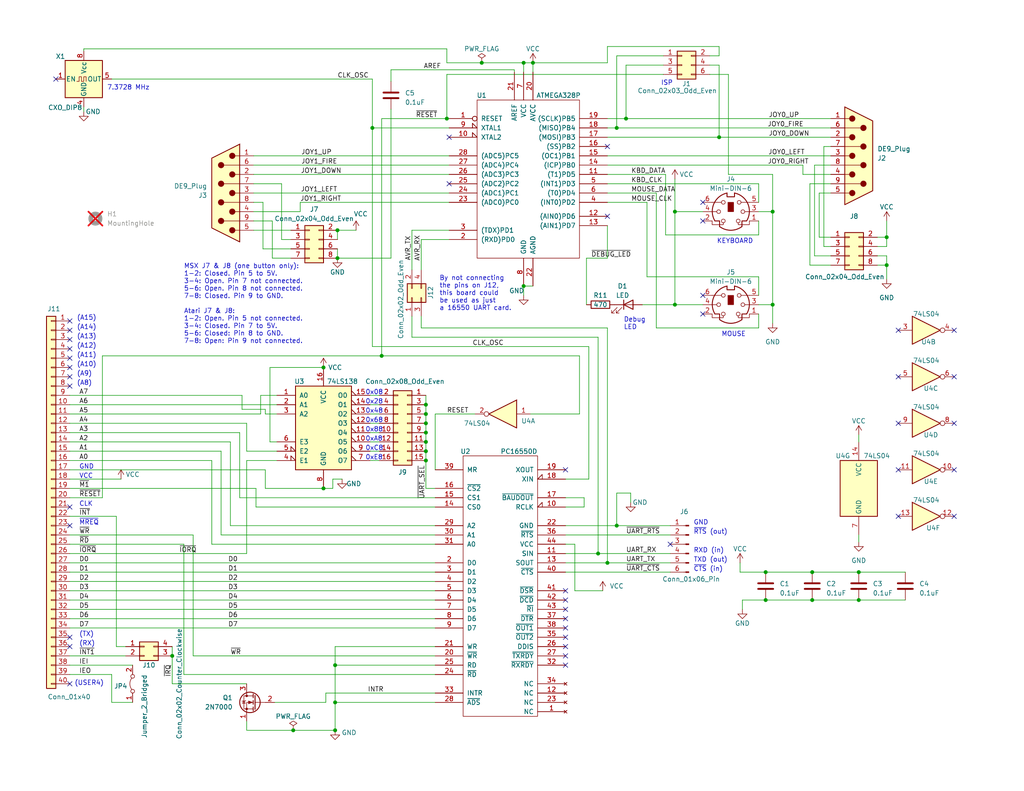
<source format=kicad_sch>
(kicad_sch (version 20231120) (generator "eeschema") (generator_version "8.0")
  (paper "A")
  (title_block (title "KEMOJO: keyboard/mouse/joystick for RCBus") (date "2025-06-12") (rev "V1B") (company "Licensed under CC-BY-NC-SA 4.0") (comment 2 "This PCB design © 2024 Rob Gowin.") (comment 3 "instead of a PIC. Eiffel page at http://didier.mequignon.free.fr/eiffel-e.htm") (comment 4 "Keyboard/mouse/joystick design inspired by Atari ST Eiffel, but using ATmega328P"))
  (junction (at 116.205 118.11))
  (junction (at 241.935 64.77))
  (junction (at 116.205 120.65))
  (junction (at 234.315 163.83))
  (junction (at 131.445 17.145))
  (junction (at 142.875 78.105))
  (junction (at 210.82 83.185))
  (junction (at 101.6 34.925))
  (junction (at 91.44 199.39))
  (junction (at 163.195 151.13))
  (junction (at 142.875 17.145))
  (junction (at 208.915 156.21))
  (junction (at 165.735 153.67))
  (junction (at 234.315 156.21))
  (junction (at 221.615 163.83))
  (junction (at 80.01 199.39))
  (junction (at 241.935 72.39))
  (junction (at 184.15 83.185))
  (junction (at 170.815 32.385))
  (junction (at 91.44 191.77))
  (junction (at 184.15 57.785))
  (junction (at 88.265 100.33))
  (junction (at 91.44 181.61))
  (junction (at 46.99 179.07))
  (junction (at 92.075 62.865))
  (junction (at 221.615 156.21))
  (junction (at 116.205 123.19))
  (junction (at 168.275 34.925))
  (junction (at 116.205 110.49))
  (junction (at 116.205 125.73))
  (junction (at 210.82 57.785))
  (junction (at 116.205 115.57))
  (junction (at 208.915 163.83))
  (junction (at 92.075 70.485))
  (junction (at 145.415 17.145))
  (junction (at 121.92 32.385))
  (junction (at 196.215 37.465))
  (junction (at 116.205 113.03))
  (junction (at 168.275 143.51))
  (junction (at 104.14 97.155))
  (junction (at 88.265 133.35))
  (no_connect (at 19.05 102.87))
  (no_connect (at 19.05 100.33))
  (no_connect (at 154.305 173.99))
  (no_connect (at 19.05 87.63))
  (no_connect (at 165.735 59.055))
  (no_connect (at 245.11 115.57))
  (no_connect (at 165.735 40.005))
  (no_connect (at 154.305 161.29))
  (no_connect (at 245.11 102.87))
  (no_connect (at 19.05 186.69))
  (no_connect (at 245.11 90.17))
  (no_connect (at 191.77 80.645))
  (no_connect (at 19.05 138.43))
  (no_connect (at 19.05 105.41))
  (no_connect (at 15.24 21.59))
  (no_connect (at 154.305 179.07))
  (no_connect (at 191.77 85.725))
  (no_connect (at 260.35 90.17))
  (no_connect (at 19.05 143.51))
  (no_connect (at 154.305 171.45))
  (no_connect (at 154.305 181.61))
  (no_connect (at 19.05 173.99))
  (no_connect (at 19.05 92.71))
  (no_connect (at 19.05 95.25))
  (no_connect (at 154.305 168.91))
  (no_connect (at 260.35 128.27))
  (no_connect (at 260.35 102.87))
  (no_connect (at 154.305 128.27))
  (no_connect (at 154.305 163.83))
  (no_connect (at 122.555 50.165))
  (no_connect (at 260.35 115.57))
  (no_connect (at 122.555 37.465))
  (no_connect (at 260.35 140.97))
  (no_connect (at 154.305 166.37))
  (no_connect (at 191.77 55.245))
  (no_connect (at 19.05 97.79))
  (no_connect (at 245.11 128.27))
  (no_connect (at 182.88 148.59))
  (no_connect (at 191.77 60.325))
  (no_connect (at 245.11 140.97))
  (no_connect (at 19.05 90.17))
  (no_connect (at 154.305 176.53))
  (no_connect (at 19.05 176.53))
  (wire (pts (xy 91.44 191.77) (xy 91.44 199.39)))
  (wire (pts (xy 101.6 34.925) (xy 122.555 34.925)))
  (wire (pts (xy 73.66 120.65) (xy 73.66 100.33)))
  (wire (pts (xy 207.01 75.565) (xy 207.01 80.645)))
  (wire (pts (xy 170.815 17.78) (xy 180.975 17.78)))
  (wire (pts (xy 165.735 17.145) (xy 165.735 12.7)))
  (wire (pts (xy 104.14 32.385) (xy 104.14 97.155)))
  (wire (pts (xy 165.735 55.245) (xy 176.53 55.245)))
  (wire (pts (xy 100.965 123.19) (xy 103.505 123.19)))
  (wire (pts (xy 106.68 19.05) (xy 106.68 22.225)))
  (wire (pts (xy 165.735 12.7) (xy 196.215 12.7)))
  (wire (pts (xy 74.295 70.485) (xy 79.375 70.485)))
  (wire (pts (xy 154.305 146.05) (xy 182.88 146.05)))
  (wire (pts (xy 219.075 47.625) (xy 226.695 47.625)))
  (wire (pts (xy 116.205 113.03) (xy 116.205 115.57)))
  (wire (pts (xy 67.31 196.85) (xy 67.31 199.39)))
  (wire (pts (xy 241.935 69.85) (xy 241.935 72.39)))
  (wire (pts (xy 224.79 40.005) (xy 226.695 40.005)))
  (wire (pts (xy 207.01 50.165) (xy 207.01 55.245)))
  (wire (pts (xy 223.52 64.77) (xy 226.695 64.77)))
  (wire (pts (xy 181.61 64.135) (xy 207.01 64.135)))
  (wire (pts (xy 112.395 86.36) (xy 112.395 92.075)))
  (wire (pts (xy 91.44 181.61) (xy 118.745 181.61)))
  (wire (pts (xy 154.305 151.13) (xy 163.195 151.13)))
  (wire (pts (xy 19.05 153.67) (xy 118.745 153.67)))
  (wire (pts (xy 19.05 168.91) (xy 118.745 168.91)))
  (wire (pts (xy 19.05 113.03) (xy 71.12 113.03)))
  (wire (pts (xy 140.335 19.685) (xy 140.335 19.05)))
  (wire (pts (xy 19.05 140.97) (xy 31.75 140.97)))
  (wire (pts (xy 154.305 138.43) (xy 159.385 138.43)))
  (wire (pts (xy 57.785 125.73) (xy 57.785 148.59)))
  (wire (pts (xy 220.98 50.165) (xy 226.695 50.165)))
  (wire (pts (xy 207.01 89.535) (xy 207.01 85.725)))
  (wire (pts (xy 31.75 176.53) (xy 31.75 140.97)))
  (wire (pts (xy 19.05 120.65) (xy 62.865 120.65)))
  (wire (pts (xy 210.82 47.625) (xy 210.82 57.785)))
  (wire (pts (xy 76.835 65.405) (xy 79.375 65.405)))
  (wire (pts (xy 154.305 148.59) (xy 156.845 148.59)))
  (wire (pts (xy 46.99 179.07) (xy 46.99 186.69)))
  (wire (pts (xy 239.395 69.85) (xy 241.935 69.85)))
  (wire (pts (xy 116.205 120.65) (xy 116.205 123.19)))
  (wire (pts (xy 71.12 107.95) (xy 75.565 107.95)))
  (wire (pts (xy 19.05 125.73) (xy 57.785 125.73)))
  (wire (pts (xy 104.14 97.155) (xy 158.115 97.155)))
  (wire (pts (xy 88.265 133.35) (xy 90.805 133.35)))
  (wire (pts (xy 19.05 156.21) (xy 118.745 156.21)))
  (wire (pts (xy 112.395 92.075) (xy 163.195 92.075)))
  (wire (pts (xy 112.395 62.865) (xy 112.395 73.66)))
  (wire (pts (xy 160.02 83.185) (xy 160.02 70.485)))
  (wire (pts (xy 57.785 148.59) (xy 118.745 148.59)))
  (wire (pts (xy 19.05 107.95) (xy 66.04 107.95)))
  (wire (pts (xy 193.675 20.32) (xy 198.755 20.32)))
  (wire (pts (xy 19.05 123.19) (xy 60.325 123.19)))
  (wire (pts (xy 142.875 17.145) (xy 142.875 19.685)))
  (wire (pts (xy 27.94 97.155) (xy 104.14 97.155)))
  (wire (pts (xy 220.98 72.39) (xy 226.695 72.39)))
  (wire (pts (xy 179.07 52.705) (xy 179.07 89.535)))
  (wire (pts (xy 160.655 94.615) (xy 160.655 130.81)))
  (wire (pts (xy 19.05 130.81) (xy 33.02 130.81)))
  (wire (pts (xy 104.14 32.385) (xy 121.92 32.385)))
  (wire (pts (xy 234.315 163.83) (xy 247.015 163.83)))
  (wire (pts (xy 19.05 179.07) (xy 34.29 179.07)))
  (wire (pts (xy 165.735 153.67) (xy 182.88 153.67)))
  (wire (pts (xy 100.965 118.11) (xy 103.505 118.11)))
  (wire (pts (xy 60.325 123.19) (xy 60.325 146.05)))
  (wire (pts (xy 91.44 181.61) (xy 91.44 191.77)))
  (wire (pts (xy 100.965 110.49) (xy 103.505 110.49)))
  (wire (pts (xy 69.215 55.245) (xy 71.755 55.245)))
  (wire (pts (xy 19.05 128.27) (xy 72.39 128.27)))
  (wire (pts (xy 69.215 52.705) (xy 122.555 52.705)))
  (wire (pts (xy 118.745 128.27) (xy 118.745 113.03)))
  (wire (pts (xy 221.615 156.21) (xy 234.315 156.21)))
  (wire (pts (xy 239.395 64.77) (xy 241.935 64.77)))
  (wire (pts (xy 50.165 148.59) (xy 50.165 184.15)))
  (wire (pts (xy 241.935 64.77) (xy 241.935 67.31)))
  (wire (pts (xy 90.805 133.35) (xy 90.805 130.81)))
  (wire (pts (xy 19.05 133.35) (xy 69.85 133.35)))
  (wire (pts (xy 165.735 42.545) (xy 226.695 42.545)))
  (wire (pts (xy 223.52 52.705) (xy 226.695 52.705)))
  (wire (pts (xy 160.02 70.485) (xy 165.735 70.485)))
  (wire (pts (xy 184.15 48.895) (xy 184.15 57.785)))
  (wire (pts (xy 73.66 100.33) (xy 88.265 100.33)))
  (wire (pts (xy 207.01 83.185) (xy 210.82 83.185)))
  (wire (pts (xy 65.405 135.89) (xy 118.745 135.89)))
  (wire (pts (xy 165.735 45.085) (xy 219.075 45.085)))
  (wire (pts (xy 19.05 148.59) (xy 50.165 148.59)))
  (wire (pts (xy 62.865 120.65) (xy 62.865 143.51)))
  (wire (pts (xy 168.275 34.925) (xy 226.695 34.925)))
  (wire (pts (xy 19.05 118.11) (xy 65.405 118.11)))
  (wire (pts (xy 172.085 137.16) (xy 172.085 134.62)))
  (wire (pts (xy 168.275 134.62) (xy 172.085 134.62)))
  (wire (pts (xy 159.385 138.43) (xy 159.385 135.89)))
  (wire (pts (xy 91.44 176.53) (xy 118.745 176.53)))
  (wire (pts (xy 165.735 32.385) (xy 170.815 32.385)))
  (wire (pts (xy 165.735 47.625) (xy 181.61 47.625)))
  (wire (pts (xy 234.315 118.745) (xy 234.315 120.65)))
  (wire (pts (xy 116.205 133.35) (xy 118.745 133.35)))
  (wire (pts (xy 19.05 184.15) (xy 30.48 184.15)))
  (wire (pts (xy 116.205 115.57) (xy 116.205 118.11)))
  (wire (pts (xy 121.92 32.385) (xy 121.92 20.32)))
  (wire (pts (xy 168.275 34.925) (xy 168.275 15.24)))
  (wire (pts (xy 67.31 115.57) (xy 67.31 123.19)))
  (wire (pts (xy 196.215 17.78) (xy 196.215 37.465)))
  (wire (pts (xy 88.9 191.77) (xy 88.9 189.23)))
  (wire (pts (xy 71.755 67.945) (xy 79.375 67.945)))
  (wire (pts (xy 101.6 34.925) (xy 101.6 21.59)))
  (wire (pts (xy 52.705 179.07) (xy 118.745 179.07)))
  (wire (pts (xy 67.31 199.39) (xy 80.01 199.39)))
  (wire (pts (xy 91.44 176.53) (xy 91.44 181.61)))
  (wire (pts (xy 202.565 166.37) (xy 202.565 163.83)))
  (wire (pts (xy 196.215 37.465) (xy 226.695 37.465)))
  (wire (pts (xy 179.07 89.535) (xy 207.01 89.535)))
  (wire (pts (xy 22.86 13.335) (xy 121.92 13.335)))
  (wire (pts (xy 165.735 52.705) (xy 179.07 52.705)))
  (wire (pts (xy 72.39 133.35) (xy 88.265 133.35)))
  (wire (pts (xy 156.845 148.59) (xy 156.845 161.29)))
  (wire (pts (xy 176.53 75.565) (xy 207.01 75.565)))
  (wire (pts (xy 67.31 125.73) (xy 67.31 151.13)))
  (wire (pts (xy 114.935 86.36) (xy 114.935 89.535)))
  (wire (pts (xy 88.9 189.23) (xy 118.745 189.23)))
  (wire (pts (xy 165.735 34.925) (xy 168.275 34.925)))
  (wire (pts (xy 60.325 146.05) (xy 118.745 146.05)))
  (wire (pts (xy 65.405 118.11) (xy 65.405 135.89)))
  (wire (pts (xy 106.68 70.485) (xy 106.68 29.845)))
  (wire (pts (xy 145.415 17.145) (xy 165.735 17.145)))
  (wire (pts (xy 46.99 176.53) (xy 46.99 179.07)))
  (wire (pts (xy 46.99 186.69) (xy 67.31 186.69)))
  (wire (pts (xy 19.05 181.61) (xy 36.195 181.61)))
  (wire (pts (xy 184.15 57.785) (xy 184.15 83.185)))
  (wire (pts (xy 92.075 62.865) (xy 92.075 65.405)))
  (wire (pts (xy 121.92 17.145) (xy 131.445 17.145)))
  (wire (pts (xy 50.165 184.15) (xy 118.745 184.15)))
  (wire (pts (xy 114.935 65.405) (xy 114.935 73.66)))
  (wire (pts (xy 22.86 29.21) (xy 22.86 30.48)))
  (wire (pts (xy 19.05 135.89) (xy 27.94 135.89)))
  (wire (pts (xy 176.53 55.245) (xy 176.53 75.565)))
  (wire (pts (xy 224.79 40.005) (xy 224.79 67.31)))
  (wire (pts (xy 170.815 32.385) (xy 226.695 32.385)))
  (wire (pts (xy 165.735 70.485) (xy 165.735 61.595)))
  (wire (pts (xy 81.915 55.245) (xy 122.555 55.245)))
  (wire (pts (xy 220.98 50.165) (xy 220.98 72.39)))
  (wire (pts (xy 19.05 146.05) (xy 52.705 146.05)))
  (wire (pts (xy 198.755 47.625) (xy 210.82 47.625)))
  (wire (pts (xy 69.215 45.085) (xy 122.555 45.085)))
  (wire (pts (xy 224.79 67.31) (xy 226.695 67.31)))
  (wire (pts (xy 71.755 55.245) (xy 71.755 67.945)))
  (wire (pts (xy 154.305 153.67) (xy 165.735 153.67)))
  (wire (pts (xy 118.745 113.03) (xy 129.54 113.03)))
  (wire (pts (xy 196.215 12.7) (xy 196.215 15.24)))
  (wire (pts (xy 239.395 72.39) (xy 241.935 72.39)))
  (wire (pts (xy 30.48 21.59) (xy 101.6 21.59)))
  (wire (pts (xy 208.915 163.83) (xy 221.615 163.83)))
  (wire (pts (xy 122.555 65.405) (xy 114.935 65.405)))
  (wire (pts (xy 106.68 19.05) (xy 140.335 19.05)))
  (wire (pts (xy 91.44 191.77) (xy 118.745 191.77)))
  (wire (pts (xy 101.6 34.925) (xy 101.6 94.615)))
  (wire (pts (xy 30.48 191.77) (xy 36.195 191.77)))
  (wire (pts (xy 158.115 113.03) (xy 144.78 113.03)))
  (wire (pts (xy 100.965 107.95) (xy 103.505 107.95)))
  (wire (pts (xy 201.93 153.67) (xy 201.93 156.21)))
  (wire (pts (xy 92.075 62.865) (xy 97.155 62.865)))
  (wire (pts (xy 154.305 130.81) (xy 160.655 130.81)))
  (wire (pts (xy 19.05 166.37) (xy 118.745 166.37)))
  (wire (pts (xy 208.915 156.21) (xy 221.615 156.21)))
  (wire (pts (xy 100.965 125.73) (xy 103.505 125.73)))
  (wire (pts (xy 207.01 64.135) (xy 207.01 60.325)))
  (wire (pts (xy 69.215 47.625) (xy 122.555 47.625)))
  (wire (pts (xy 184.15 57.785) (xy 191.77 57.785)))
  (wire (pts (xy 165.735 89.535) (xy 165.735 153.67)))
  (wire (pts (xy 163.195 92.075) (xy 163.195 151.13)))
  (wire (pts (xy 222.25 69.85) (xy 226.695 69.85)))
  (wire (pts (xy 19.05 161.29) (xy 118.745 161.29)))
  (wire (pts (xy 221.615 163.83) (xy 234.315 163.83)))
  (wire (pts (xy 170.815 32.385) (xy 170.815 17.78)))
  (wire (pts (xy 239.395 67.31) (xy 241.935 67.31)))
  (wire (pts (xy 198.755 20.32) (xy 198.755 47.625)))
  (wire (pts (xy 19.05 163.83) (xy 118.745 163.83)))
  (wire (pts (xy 92.075 67.945) (xy 92.075 70.485)))
  (wire (pts (xy 163.195 151.13) (xy 182.88 151.13)))
  (wire (pts (xy 142.875 80.645) (xy 142.875 78.105)))
  (wire (pts (xy 116.205 125.73) (xy 116.205 133.35)))
  (wire (pts (xy 168.275 143.51) (xy 182.88 143.51)))
  (wire (pts (xy 19.05 115.57) (xy 67.31 115.57)))
  (wire (pts (xy 219.075 45.085) (xy 219.075 47.625)))
  (wire (pts (xy 116.205 118.11) (xy 116.205 120.65)))
  (wire (pts (xy 27.94 97.155) (xy 27.94 135.89)))
  (wire (pts (xy 241.935 72.39) (xy 241.935 76.2)))
  (wire (pts (xy 100.965 120.65) (xy 103.505 120.65)))
  (wire (pts (xy 154.305 143.51) (xy 168.275 143.51)))
  (wire (pts (xy 69.215 42.545) (xy 122.555 42.545)))
  (wire (pts (xy 223.52 52.705) (xy 223.52 64.77)))
  (wire (pts (xy 154.305 156.21) (xy 182.88 156.21)))
  (wire (pts (xy 112.395 62.865) (xy 122.555 62.865)))
  (wire (pts (xy 241.935 60.325) (xy 241.935 64.77)))
  (wire (pts (xy 69.215 60.325) (xy 74.295 60.325)))
  (wire (pts (xy 72.39 111.76) (xy 66.04 111.76)))
  (wire (pts (xy 74.295 60.325) (xy 74.295 70.485)))
  (wire (pts (xy 30.48 184.15) (xy 30.48 191.77)))
  (wire (pts (xy 196.215 15.24) (xy 193.675 15.24)))
  (wire (pts (xy 114.935 89.535) (xy 165.735 89.535)))
  (wire (pts (xy 121.92 13.335) (xy 121.92 17.145)))
  (wire (pts (xy 121.92 20.32) (xy 180.975 20.32)))
  (wire (pts (xy 193.675 17.78) (xy 196.215 17.78)))
  (wire (pts (xy 222.25 45.085) (xy 226.695 45.085)))
  (wire (pts (xy 67.31 125.73) (xy 75.565 125.73)))
  (wire (pts (xy 69.215 57.785) (xy 81.915 57.785)))
  (wire (pts (xy 19.05 110.49) (xy 75.565 110.49)))
  (wire (pts (xy 101.6 94.615) (xy 160.655 94.615)))
  (wire (pts (xy 131.445 17.145) (xy 142.875 17.145)))
  (wire (pts (xy 34.29 176.53) (xy 31.75 176.53)))
  (wire (pts (xy 80.01 199.39) (xy 91.44 199.39)))
  (wire (pts (xy 52.705 146.05) (xy 52.705 179.07)))
  (wire (pts (xy 201.93 156.21) (xy 208.915 156.21)))
  (wire (pts (xy 116.205 110.49) (xy 116.205 113.03)))
  (wire (pts (xy 145.415 17.145) (xy 145.415 19.685)))
  (wire (pts (xy 72.39 128.27) (xy 72.39 133.35)))
  (wire (pts (xy 19.05 151.13) (xy 67.31 151.13)))
  (wire (pts (xy 168.275 15.24) (xy 180.975 15.24)))
  (wire (pts (xy 22.86 13.335) (xy 22.86 13.97)))
  (wire (pts (xy 100.965 115.57) (xy 103.505 115.57)))
  (wire (pts (xy 142.875 78.105) (xy 145.415 78.105)))
  (wire (pts (xy 19.05 158.75) (xy 118.745 158.75)))
  (wire (pts (xy 116.205 123.19) (xy 116.205 125.73)))
  (wire (pts (xy 71.12 107.95) (xy 71.12 113.03)))
  (wire (pts (xy 90.805 130.81) (xy 93.345 130.81)))
  (wire (pts (xy 121.92 32.385) (xy 122.555 32.385)))
  (wire (pts (xy 202.565 163.83) (xy 208.915 163.83)))
  (wire (pts (xy 19.05 171.45) (xy 118.745 171.45)))
  (wire (pts (xy 159.385 135.89) (xy 154.305 135.89)))
  (wire (pts (xy 158.115 97.155) (xy 158.115 113.03)))
  (wire (pts (xy 181.61 47.625) (xy 181.61 64.135)))
  (wire (pts (xy 76.835 50.165) (xy 76.835 65.405)))
  (wire (pts (xy 210.82 83.185) (xy 210.82 88.265)))
  (wire (pts (xy 92.075 70.485) (xy 106.68 70.485)))
  (wire (pts (xy 210.82 57.785) (xy 210.82 83.185)))
  (wire (pts (xy 222.25 45.085) (xy 222.25 69.85)))
  (wire (pts (xy 73.66 120.65) (xy 75.565 120.65)))
  (wire (pts (xy 69.215 62.865) (xy 79.375 62.865)))
  (wire (pts (xy 69.215 50.165) (xy 76.835 50.165)))
  (wire (pts (xy 142.875 17.145) (xy 145.415 17.145)))
  (wire (pts (xy 168.275 134.62) (xy 168.275 143.51)))
  (wire (pts (xy 81.915 55.245) (xy 81.915 57.785)))
  (wire (pts (xy 234.315 146.05) (xy 234.315 147.955)))
  (wire (pts (xy 165.735 50.165) (xy 207.01 50.165)))
  (wire (pts (xy 116.205 107.95) (xy 116.205 110.49)))
  (wire (pts (xy 66.04 111.76) (xy 66.04 107.95)))
  (wire (pts (xy 62.865 143.51) (xy 118.745 143.51)))
  (wire (pts (xy 234.315 156.21) (xy 247.015 156.21)))
  (wire (pts (xy 69.85 133.35) (xy 69.85 138.43)))
  (wire (pts (xy 184.15 83.185) (xy 191.77 83.185)))
  (wire (pts (xy 67.31 123.19) (xy 75.565 123.19)))
  (wire (pts (xy 100.965 113.03) (xy 103.505 113.03)))
  (wire (pts (xy 72.39 113.03) (xy 72.39 111.76)))
  (wire (pts (xy 69.85 138.43) (xy 118.745 138.43)))
  (wire (pts (xy 175.26 83.185) (xy 184.15 83.185)))
  (wire (pts (xy 165.735 37.465) (xy 196.215 37.465)))
  (wire (pts (xy 74.93 191.77) (xy 88.9 191.77)))
  (wire (pts (xy 75.565 113.03) (xy 72.39 113.03)))
  (wire (pts (xy 156.845 161.29) (xy 164.465 161.29)))
  (wire (pts (xy 207.01 57.785) (xy 210.82 57.785)))
  (text "0x48" (at 99.695 113.03 0) (effects (font (size 1.27 1.27)) (justify left bottom)))
  (text "ISP" (at 180.34 23.495 0) (effects (font (size 1.27 1.27)) (justify left bottom)))
  (text "RXD (in)" (at 189.23 151.13 0) (effects (font (size 1.27 1.27)) (justify left bottom)))
  (text "(RX)" (at 21.59 176.53 0) (effects (font (size 1.27 1.27)) (justify left bottom)))
  (text "By not connecting\nthe pins on J12,\nthis board could\nbe used as just\na 16550 UART card." (at 119.888 84.963 0) (effects (font (size 1.27 1.27)) (justify left bottom)))
  (text "(A11)" (at 20.955 97.79 0) (effects (font (size 1.27 1.27)) (justify left bottom)))
  (text "0x68" (at 99.695 115.57 0) (effects (font (size 1.27 1.27)) (justify left bottom)))
  (text "GND" (at 189.23 143.51 0) (effects (font (size 1.27 1.27)) (justify left bottom)))
  (text "KEYBOARD" (at 195.58 66.675 0) (effects (font (size 1.27 1.27)) (justify left bottom)))
  (text "0x28" (at 99.695 110.49 0) (effects (font (size 1.27 1.27)) (justify left bottom)))
  (text "(A8)" (at 20.955 105.41 0) (effects (font (size 1.27 1.27)) (justify left bottom)))
  (text "MSX J7 & J8 (one button only):\n1-2: Closed. Pin 5 to 5V.\n3-4: Open. Pin 7 not connected.\n5-6: Open. Pin 8 not connected.\n7-8: Closed. Pin 9 to GND.\n\nAtari J7 & J8:\n1-2: Open. Pin 5 not connected.\n3-4: Closed. Pin 7 to 5V.\n5-6: Closed: Pin 8 to GND.\n7-8: Open: Pin 9 not connected." (at 50.165 93.98 0) (effects (font (size 1.27 1.27)) (justify left bottom)))
  (text "~{CTS} (in)" (at 189.23 156.21 0) (effects (font (size 1.27 1.27)) (justify left bottom)))
  (text "(TX)" (at 21.59 173.99 0) (effects (font (size 1.27 1.27)) (justify left bottom)))
  (text "0x08" (at 99.695 107.95 0) (effects (font (size 1.27 1.27)) (justify left bottom)))
  (text "GND" (at 21.59 128.27 0) (effects (font (size 1.27 1.27)) (justify left bottom)))
  (text "(USER4)" (at 20.32 187.325 0) (effects (font (size 1.27 1.27)) (justify left bottom)))
  (text "(A15)" (at 20.955 87.63 0) (effects (font (size 1.27 1.27)) (justify left bottom)))
  (text "~{MREQ}" (at 21.59 143.51 0) (effects (font (size 1.27 1.27)) (justify left bottom)))
  (text "~{RTS} (out)" (at 189.23 146.05 0) (effects (font (size 1.27 1.27)) (justify left bottom)))
  (text "0xC8" (at 99.695 123.19 0) (effects (font (size 1.27 1.27)) (justify left bottom)))
  (text "7.3728 MHz" (at 29.21 24.765 0) (effects (font (size 1.27 1.27)) (justify left bottom)))
  (text "CLK" (at 21.59 138.43 0) (effects (font (size 1.27 1.27)) (justify left bottom)))
  (text "TXD (out)" (at 189.23 153.67 0) (effects (font (size 1.27 1.27)) (justify left bottom)))
  (text "(A12)" (at 20.955 95.25 0) (effects (font (size 1.27 1.27)) (justify left bottom)))
  (text "0x88" (at 99.695 118.11 0) (effects (font (size 1.27 1.27)) (justify left bottom)))
  (text "(A14)" (at 20.955 90.17 0) (effects (font (size 1.27 1.27)) (justify left bottom)))
  (text "(A9)" (at 20.955 102.87 0) (effects (font (size 1.27 1.27)) (justify left bottom)))
  (text "0xA8" (at 99.695 120.65 0) (effects (font (size 1.27 1.27)) (justify left bottom)))
  (text "VCC" (at 21.59 130.81 0) (effects (font (size 1.27 1.27)) (justify left bottom)))
  (text "(A13)" (at 20.955 92.71 0) (effects (font (size 1.27 1.27)) (justify left bottom)))
  (text "0xE8" (at 99.695 125.73 0) (effects (font (size 1.27 1.27)) (justify left bottom)))
  (text "(A10)" (at 20.955 100.33 0) (effects (font (size 1.27 1.27)) (justify left bottom)))
  (text "Debug\nLED" (at 170.18 90.17 0) (effects (font (size 1.27 1.27)) (justify left bottom)))
  (text "MOUSE" (at 196.85 92.075 0) (effects (font (size 1.27 1.27)) (justify left bottom)))
  (label "~{UART_CTS}" (at 170.815 156.21 0))
  (label "MOUSE_DATA" (at 172.212 52.705 0))
  (label "KBD_DATA" (at 172.212 47.625 0))
  (label "~{UART_SEL}" (at 116.205 127 270))
  (label "UART_RX" (at 170.815 151.13 0))
  (label "CLK_OSC" (at 128.905 94.615 0))
  (label "~{RD}" (at 21.59 148.59 0))
  (label "D7" (at 62.23 171.45 0))
  (label "D1" (at 62.23 156.21 0))
  (label "JOY1_UP" (at 82.169 42.545 0))
  (label "JOY1_LEFT" (at 82.042 52.705 0))
  (label "D6" (at 21.59 168.91 0))
  (label "D0" (at 62.23 153.67 0))
  (label "D4" (at 62.23 163.83 0))
  (label "~{UART_RTS}" (at 170.815 146.05 0))
  (label "D5" (at 62.23 166.37 0))
  (label "JOY0_UP" (at 209.7083 32.385 0))
  (label "~{WR}" (at 21.59 146.05 0))
  (label "JOY0_RIGHT" (at 209.4626 45.085 0))
  (label "A5" (at 21.59 113.03 0))
  (label "D7" (at 21.59 171.45 0))
  (label "~{IORQ}" (at 48.895 151.13 0))
  (label "JOY1_RIGHT" (at 81.915 55.245 0))
  (label "AVR_RX" (at 114.935 71.247 90))
  (label "~{IORQ}" (at 21.59 151.13 0))
  (label "~{IRQ}" (at 46.99 184.785 90))
  (label "RESET" (at 121.92 113.03 0))
  (label "~{DEBUG_LED}" (at 161.29 70.485 0))
  (label "IEI" (at 21.59 181.61 0))
  (label "D3" (at 21.59 161.29 0))
  (label "~{INT}" (at 21.59 140.97 0))
  (label "A1" (at 21.59 123.19 0))
  (label "CLK_OSC" (at 92.075 21.59 0))
  (label "JOY0_DOWN" (at 209.7069 37.465 0))
  (label "A7" (at 21.59 107.95 0))
  (label "~{RESET}" (at 21.59 135.89 0))
  (label "~{WR}" (at 62.865 179.07 0))
  (label "D1" (at 21.59 156.21 0))
  (label "~{INT1}" (at 21.59 179.07 0))
  (label "INTR" (at 100.33 189.23 0))
  (label "~{M1}" (at 21.59 133.35 0))
  (label "JOY0_LEFT" (at 209.6092 42.545 0))
  (label "D6" (at 62.23 168.91 0))
  (label "A0" (at 21.59 125.73 0))
  (label "AREF" (at 115.57 19.05 0))
  (label "IEO" (at 21.59 184.15 0))
  (label "D3" (at 62.23 161.29 0))
  (label "MOUSE_CLK" (at 172.212 55.245 0))
  (label "JOY0_FIRE" (at 209.4152 34.925 0))
  (label "UART_TX" (at 170.815 153.67 0))
  (label "D4" (at 21.59 163.83 0))
  (label "D2" (at 21.59 158.75 0))
  (label "A2" (at 21.59 120.65 0))
  (label "D5" (at 21.59 166.37 0))
  (label "JOY1_FIRE" (at 82.169 45.085 0))
  (label "D0" (at 21.59 153.67 0))
  (label "~{RESET}" (at 119.38 32.385 180))
  (label "JOY1_DOWN" (at 82.042 47.625 0))
  (label "A6" (at 21.59 110.49 0))
  (label "A4" (at 21.59 115.57 0))
  (label "KBD_CLK" (at 172.212 50.165 0))
  (label "A3" (at 21.59 118.11 0))
  (label "D2" (at 62.23 158.75 0))
  (label "AVR_TX" (at 112.395 71.12 90))
  (symbol (lib_id "power:PWR_FLAG") (at 131.445 17.145 0) (unit 1)
    (property "Reference" "#FLG01" (effects (hide yes)))
    (property "Value" "PWR_FLAG" (at 131.445 13.335 0))
  )
  (symbol (lib_id "Device:LED") (at 171.45 83.185 0) (unit 1)
    (property "Reference" "D1" (at 169.8625 78.105 0))
    (property "Value" "LED" (at 169.8625 80.645 0))
    (property "Footprint" "LED_THT:LED_D3.0mm" (effects (hide yes)))
    (property "Description" "3 mm, yellow LED indicator" (effects (hide yes)))
    (property "PartNum00" "859-LTL-4251N" (effects (hide yes)))
    (property "PartVendor00" "Mouser" (effects (hide yes)))
  )
  (symbol (lib_id "Connector_Generic:Conn_02x02_Counter_Clockwise") (at 39.37 176.53 0) (unit 1)
    (property "Reference" "J10" (at 40.64 181.61 0))
    (property "Value" "Conn_02x02_Counter_Clockwise" (at 48.895 186.69 90))
    (property "Footprint" "Connector_PinHeader_2.54mm:PinHeader_2x02_P2.54mm_Vertical" (effects (hide yes)))
    (property "Description" "2x2 straight pin header" (effects (hide yes)))
    (property "PartNum00" "200-TSW10207TD" (effects (hide yes)))
    (property "PartVendor00" "Mouser" (effects (hide yes)))
  )
  (symbol (lib_id "power:PWR_FLAG") (at 80.01 199.39 0) (unit 1)
    (property "Reference" "#FLG02" (effects (hide yes)))
    (property "Value" "PWR_FLAG" (at 80.01 195.58 0))
  )
  (symbol (lib_id "Connector:Mini-DIN-6") (at 199.39 83.185 0) (unit 1)
    (property "Reference" "J5" (at 199.4077 74.295 0))
    (property "Value" "Mini-DIN-6" (at 199.4077 76.835 0))
    (property "Footprint" "CUSTOM:mini_din" (effects (hide yes)))
    (property "Datasheet" "http://service.powerdynamics.com/ec/Catalog17/Section%2011.pdf" (effects (hide yes)))
    (property "Description" "Circular 6-pin Mini Din Connector for PS/2" (effects (hide yes)))
    (property "PartNum00" "490-MD-40SM" (effects (hide yes)))
    (property "PartVendor00" "Mouser" (effects (hide yes)))
  )
  (symbol (lib_id "Connector:Conn_01x06_Pin") (at 187.96 148.59 0) (mirror y) (unit 1)
    (property "Reference" "J6" (at 186.69 139.7 0))
    (property "Value" "Conn_01x06_Pin" (at 188.595 158.115 0))
    (property "Footprint" "Connector_PinHeader_2.54mm:PinHeader_1x06_P2.54mm_Vertical" (effects (hide yes)))
    (property "Description" "1x6 right angle pin header" (effects (hide yes)))
    (property "PartNum00" "737-PH1RB-06-UA" (effects (hide yes)))
    (property "PartVendor00" "Mouser" (effects (hide yes)))
  )
  (symbol (lib_id "74xx:74LS04") (at 137.16 113.03 0) (mirror y) (unit 1)
    (property "Reference" "U4" (at 144.145 114.935 0))
    (property "Value" "74LS04" (at 130.175 115.57 0))
    (property "Footprint" "Package_DIP:DIP-14_W7.62mm_Socket_LongPads" (effects (hide yes)))
    (property "Datasheet" "http://www.ti.com/lit/gpn/sn74LS04" (effects (hide yes)))
    (property "Description" "74LS04 in 14-pin DIP" (effects (hide yes)))
    (property "PartNum00" "595-SN74LS04NE4" (effects (hide yes)))
    (property "PartVendor00" "Mouser" (effects (hide yes)))
    (property "PartNum01" "571-1-2199298-3" (effects (hide yes)))
    (property "PartVendor01" "Mouser" (effects (hide yes)))
  )
  (symbol (lib_id "Connector:DE9_Plug") (at 61.595 52.705 180) (unit 1)
    (property "Reference" "J3" (at 56.515 53.34 0) (effects (justify left)))
    (property "Value" "DE9_Plug" (at 56.515 50.8 0) (effects (justify left)))
    (property "Footprint" "Connector_Dsub:DSUB-9_Male_Horizontal_P2.77x2.84mm_EdgePinOffset4.94mm_Housed_MountingHolesOffset7.48mm" (effects (hide yes)))
    (property "Description" "D-Sub DE9 Male, right angle, PCB mount" (effects (hide yes)))
    (property "PartNum00" "523-L7SDE9PA4CH4RC39" (effects (hide yes)))
    (property "PartVendor00" "Mouser" (effects (hide yes)))
  )
  (symbol (lib_id "Mechanical:MountingHole") (at 26.035 59.69 0) (unit 1) (in_bom no) (dnp yes)
    (property "Reference" "H1" (at 29.21 58.42 0) (effects (justify left)))
    (property "Value" "MountingHole" (at 29.21 60.96 0) (effects (justify left)))
    (property "Footprint" "MountingHole:MountingHole_3.2mm_M3" (effects (hide yes)))
  )
  (symbol (lib_id "power:VCC") (at 164.465 161.29 0) (unit 1)
    (property "Reference" "#PWR07" (effects (hide yes)))
    (property "Value" "VCC" (at 168.275 160.02 0))
  )
  (symbol (lib_id "power:VCC") (at 234.315 118.745 0) (unit 1)
    (property "Reference" "#PWR021" (effects (hide yes)))
    (property "Value" "VCC" (at 234.315 114.935 0))
  )
  (symbol (lib_id "Connector_Generic:Conn_02x03_Odd_Even") (at 186.055 17.78 0) (unit 1)
    (property "Reference" "J1" (at 187.325 22.86 0))
    (property "Value" "Conn_02x03_Odd_Even" (at 184.785 24.765 0))
    (property "Footprint" "Connector_PinHeader_2.54mm:PinHeader_2x03_P2.54mm_Vertical" (effects (hide yes)))
    (property "Description" "2x3 straight pin header" (effects (hide yes)))
    (property "PartNum00" "200-TSW10307TD" (effects (hide yes)))
    (property "PartVendor00" "Mouser" (effects (hide yes)))
  )
  (symbol (lib_id "power:GND") (at 142.875 80.645 0) (unit 1)
    (property "Reference" "#PWR013" (effects (hide yes)))
    (property "Value" "GND" (at 140.97 79.375 0))
  )
  (symbol (lib_id "Device:C") (at 106.68 26.035 180) (unit 1)
    (property "Reference" "C5" (at 110.49 25.4 0) (effects (justify right)))
    (property "Value" "0.1uF" (at 110.49 27.94 0) (effects (justify right)))
    (property "Footprint" "Capacitor_THT:C_Rect_L7.0mm_W2.0mm_P5.00mm" (effects (hide yes)))
    (property "Description" "0.1 uF, MLCC, 5 mm Pitch" (effects (hide yes)))
    (property "PartNum00" "594-K104K15X7RF5WH5" (effects (hide yes)))
    (property "PartVendor00" "Mouser" (effects (hide yes)))
  )
  (symbol (lib_id "power:VCC") (at 184.15 48.895 0) (unit 1)
    (property "Reference" "#PWR06" (effects (hide yes)))
    (property "Value" "VCC" (at 187.325 47.625 0))
  )
  (symbol (lib_id "Device:C") (at 221.615 160.02 180) (unit 1)
    (property "Reference" "C2" (at 225.425 159.385 0) (effects (justify right)))
    (property "Value" "0.1uF" (at 225.425 161.925 0) (effects (justify right)))
    (property "Footprint" "Capacitor_THT:C_Rect_L7.0mm_W2.0mm_P5.00mm" (effects (hide yes)))
    (property "Description" "0.1 uF, MLCC, 5 mm Pitch" (effects (hide yes)))
    (property "PartNum00" "594-K104K15X7RF5WH5" (effects (hide yes)))
    (property "PartVendor00" "Mouser" (effects (hide yes)))
  )
  (symbol (lib_id "ATMEGA328P:ATMEGA328P") (at 144.145 48.895 0) (unit 1)
    (property "Reference" "U1" (at 131.445 26.035 0))
    (property "Value" "ATMEGA328P" (at 152.4 26.035 0))
    (property "Footprint" "Package_DIP:DIP-28_W7.62mm_Socket_LongPads" (effects (hide yes)))
    (property "Datasheet" "DOCUMENTATION" (effects (hide yes)))
    (property "Description" "ATmega328P MCU in 28-pin DIP" (effects (hide yes)))
    (property "PartNum00" "556-ATMEGA328P-PU" (effects (hide yes)))
    (property "PartVendor00" "Mouser" (effects (hide yes)))
    (property "PartNum01" "737-ICS-328-T" (effects (hide yes)))
    (property "PartVendor01" "Mouser" (effects (hide yes)))
  )
  (symbol (lib_id "74xx:74LS04") (at 252.73 115.57 0) (unit 4)
    (property "Reference" "U4" (at 254 118.745 0))
    (property "Value" "74LS04" (at 252.73 111.125 0))
    (property "Footprint" "Package_DIP:DIP-14_W7.62mm_Socket_LongPads" (effects (hide yes)))
    (property "Datasheet" "http://www.ti.com/lit/gpn/sn74LS04" (effects (hide yes)))
    (property "Description" "74LS04 in 14-pin DIP" (effects (hide yes)))
    (property "PartNum00" "595-SN74LS04NE4" (effects (hide yes)))
    (property "PartVendor00" "Mouser" (effects (hide yes)))
    (property "PartNum01" "571-1-2199298-3" (effects (hide yes)))
    (property "PartVendor01" "Mouser" (effects (hide yes)))
  )
  (symbol (lib_id "74xx:74LS04") (at 252.73 140.97 0) (unit 6)
    (property "Reference" "U4" (at 254.635 144.145 0))
    (property "Value" "74LS04" (at 252.73 136.525 0))
    (property "Footprint" "Package_DIP:DIP-14_W7.62mm_Socket_LongPads" (effects (hide yes)))
    (property "Datasheet" "http://www.ti.com/lit/gpn/sn74LS04" (effects (hide yes)))
    (property "Description" "74LS04 in 14-pin DIP" (effects (hide yes)))
    (property "PartNum00" "595-SN74LS04NE4" (effects (hide yes)))
    (property "PartVendor00" "Mouser" (effects (hide yes)))
    (property "PartNum01" "571-1-2199298-3" (effects (hide yes)))
    (property "PartVendor01" "Mouser" (effects (hide yes)))
  )
  (symbol (lib_id "Connector:DE9_Plug") (at 234.315 42.545 0) (mirror x) (unit 1)
    (property "Reference" "J2" (at 239.395 43.18 0) (effects (justify left)))
    (property "Value" "DE9_Plug" (at 239.395 40.64 0) (effects (justify left)))
    (property "Footprint" "Connector_Dsub:DSUB-9_Male_Horizontal_P2.77x2.84mm_EdgePinOffset4.94mm_Housed_MountingHolesOffset7.48mm" (effects (hide yes)))
    (property "Description" "D-Sub DE9 Male, right angle, PCB mount" (effects (hide yes)))
    (property "PartNum00" "523-L7SDE9PA4CH4RC39" (effects (hide yes)))
    (property "PartVendor00" "Mouser" (effects (hide yes)))
  )
  (symbol (lib_id "74xx:74LS04") (at 234.315 133.35 0) (unit 7)
    (property "Reference" "U4" (at 227.965 124.46 0) (effects (justify left)))
    (property "Value" "74LS04" (at 235.585 124.46 0) (effects (justify left)))
    (property "Footprint" "Package_DIP:DIP-14_W7.62mm_Socket_LongPads" (effects (hide yes)))
    (property "Datasheet" "http://www.ti.com/lit/gpn/sn74LS04" (effects (hide yes)))
    (property "Description" "74LS04 in 14-pin DIP" (effects (hide yes)))
    (property "PartNum00" "595-SN74LS04NE4" (effects (hide yes)))
    (property "PartVendor00" "Mouser" (effects (hide yes)))
    (property "PartNum01" "571-1-2199298-3" (effects (hide yes)))
    (property "PartVendor01" "Mouser" (effects (hide yes)))
  )
  (symbol (lib_id "Device:C") (at 208.915 160.02 180) (unit 1)
    (property "Reference" "C1" (at 212.725 159.385 0) (effects (justify right)))
    (property "Value" "0.1uF" (at 212.725 161.925 0) (effects (justify right)))
    (property "Footprint" "Capacitor_THT:C_Rect_L7.0mm_W2.0mm_P5.00mm" (effects (hide yes)))
    (property "Description" "0.1 uF, MLCC, 5 mm Pitch" (effects (hide yes)))
    (property "PartNum00" "594-K104K15X7RF5WH5" (effects (hide yes)))
    (property "PartVendor00" "Mouser" (effects (hide yes)))
  )
  (symbol (lib_id "74xx:74LS04") (at 252.73 128.27 0) (unit 5)
    (property "Reference" "U4" (at 254 131.445 0))
    (property "Value" "74LS04" (at 252.73 123.825 0))
    (property "Footprint" "Package_DIP:DIP-14_W7.62mm_Socket_LongPads" (effects (hide yes)))
    (property "Datasheet" "http://www.ti.com/lit/gpn/sn74LS04" (effects (hide yes)))
    (property "Description" "74LS04 in 14-pin DIP" (effects (hide yes)))
    (property "PartNum00" "595-SN74LS04NE4" (effects (hide yes)))
    (property "PartVendor00" "Mouser" (effects (hide yes)))
    (property "PartNum01" "571-1-2199298-3" (effects (hide yes)))
    (property "PartVendor01" "Mouser" (effects (hide yes)))
  )
  (symbol (lib_id "Connector_Generic:Conn_02x04_Odd_Even") (at 84.455 65.405 0) (unit 1)
    (property "Reference" "J7" (at 85.725 57.15 0))
    (property "Value" "Conn_02x04_Odd_Even" (at 85.725 59.69 0))
    (property "Footprint" "Connector_PinHeader_2.54mm:PinHeader_2x04_P2.54mm_Vertical" (effects (hide yes)))
    (property "Description" "2x4 straight pin header" (effects (hide yes)))
    (property "PartNum00" "200-TSW10407TD" (effects (hide yes)))
    (property "PartVendor00" "Mouser" (effects (hide yes)))
  )
  (symbol (lib_id "power:GND") (at 22.86 30.48 0) (unit 1)
    (property "Reference" "#PWR012" (effects (hide yes)))
    (property "Value" "GND" (at 25.4 30.48 0))
  )
  (symbol (lib_id "Device:C") (at 234.315 160.02 180) (unit 1)
    (property "Reference" "C3" (at 238.125 159.385 0) (effects (justify right)))
    (property "Value" "0.1uF" (at 238.125 161.925 0) (effects (justify right)))
    (property "Footprint" "Capacitor_THT:C_Rect_L7.0mm_W2.0mm_P5.00mm" (effects (hide yes)))
    (property "Description" "0.1 uF, MLCC, 5 mm Pitch" (effects (hide yes)))
    (property "PartNum00" "594-K104K15X7RF5WH5" (effects (hide yes)))
    (property "PartVendor00" "Mouser" (effects (hide yes)))
  )
  (symbol (lib_id "power:GND") (at 91.44 199.39 0) (unit 1)
    (property "Reference" "#PWR04" (effects (hide yes)))
    (property "Value" "GND" (at 95.25 200.025 0))
  )
  (symbol (lib_id "power:VCC") (at 241.935 60.325 0) (unit 1)
    (property "Reference" "#PWR01" (effects (hide yes)))
    (property "Value" "VCC" (at 241.935 56.515 0))
  )
  (symbol (lib_id "Transistor_FET:2N7000") (at 69.85 191.77 0) (mirror y) (unit 1)
    (property "Reference" "Q1" (at 63.5 190.5 0) (effects (justify left)))
    (property "Value" "2N7000" (at 63.5 193.04 0) (effects (justify left)))
    (property "Footprint" "Package_TO_SOT_THT:TO-92_HandSolder" (effects (hide yes)))
    (property "Datasheet" "https://www.vishay.com/docs/70226/70226.pdf" (effects (hide yes)))
    (property "Description" "2N7000  MOSFET in TO92" (effects (hide yes)))
    (property "PartNum00" "512-2N7000" (effects (hide yes)))
    (property "PartVendor00" "Mouser" (effects (hide yes)))
  )
  (symbol (lib_id "Connector:Mini-DIN-6") (at 199.39 57.785 0) (unit 1)
    (property "Reference" "J4" (at 199.4077 48.895 0))
    (property "Value" "Mini-DIN-6" (at 199.4077 51.435 0))
    (property "Footprint" "CUSTOM:mini_din" (effects (hide yes)))
    (property "Datasheet" "http://service.powerdynamics.com/ec/Catalog17/Section%2011.pdf" (effects (hide yes)))
    (property "Description" "Circular 6-pin Mini Din Connector for PS/2" (effects (hide yes)))
    (property "PartNum00" "490-MD-40SM" (effects (hide yes)))
    (property "PartVendor00" "Mouser" (effects (hide yes)))
  )
  (symbol (lib_id "PC16550D:PC16550D") (at 136.525 160.02 0) (unit 1)
    (property "Reference" "U2" (at 127 123.2469 0))
    (property "Value" "PC16550D" (at 141.605 123.2469 0))
    (property "Footprint" "Package_LCC:PLCC-44_THT-Socket" (effects (hide yes)))
    (property "Datasheet" "DOCUMENTATION" (effects (hide yes)))
    (property "Description" "TL16C550 UART in 44-pin PLCC" (effects (hide yes)))
    (property "PartNum00" "595-TL16C550CFNR" (effects (hide yes)))
    (property "PartVendor00" "Mouser" (effects (hide yes)))
    (property "PartNum01" "575-944424" (effects (hide yes)))
    (property "PartVendor01" "Mouser" (effects (hide yes)))
  )
  (symbol (lib_id "power:GND") (at 172.085 137.16 0) (unit 1)
    (property "Reference" "#PWR010" (effects (hide yes)))
    (property "Value" "GND" (at 174.625 137.16 0))
  )
  (symbol (lib_id "Oscillator:CXO_DIP8") (at 22.86 21.59 0) (unit 1)
    (property "Reference" "X1" (at 16.51 15.4021 0))
    (property "Value" "CXO_DIP8" (at 17.78 29.3721 0))
    (property "Footprint" "Oscillator:Oscillator_DIP-8" (effects (hide yes)))
    (property "Datasheet" "http://cdn-reichelt.de/documents/datenblatt/B400/OSZI.pdf" (effects (hide yes)))
    (property "Description" "7.3278 MHz can oscillator in 8-pin DIP" (effects (hide yes)))
    (property "PartNum00" "774-MXO45HS-3C-7.3" (effects (hide yes)))
    (property "PartVendor00" "Mouser" (effects (hide yes)))
    (property "PartNum01" "535-1108800" (effects (hide yes)))
    (property "PartVendor01" "Mouser" (effects (hide yes)))
  )
  (symbol (lib_id "Connector_Generic:Conn_02x04_Odd_Even") (at 231.775 67.31 0) (unit 1)
    (property "Reference" "J8" (at 233.045 59.055 0))
    (property "Value" "Conn_02x04_Odd_Even" (at 230.505 75.565 0))
    (property "Footprint" "Connector_PinHeader_2.54mm:PinHeader_2x04_P2.54mm_Vertical" (effects (hide yes)))
    (property "Description" "2x4 straight pin header" (effects (hide yes)))
    (property "PartNum00" "200-TSW10407TD" (effects (hide yes)))
    (property "PartVendor00" "Mouser" (effects (hide yes)))
  )
  (symbol (lib_id "power:GND") (at 93.345 130.81 0) (unit 1)
    (property "Reference" "#PWR014" (effects (hide yes)))
    (property "Value" "GND" (at 96.52 132.08 0))
  )
  (symbol (lib_id "74xx:74LS04") (at 252.73 90.17 0) (unit 2)
    (property "Reference" "U4" (at 253.365 93.345 0))
    (property "Value" "74LS04" (at 252.73 85.725 0))
    (property "Footprint" "Package_DIP:DIP-14_W7.62mm_Socket_LongPads" (effects (hide yes)))
    (property "Datasheet" "http://www.ti.com/lit/gpn/sn74LS04" (effects (hide yes)))
    (property "Description" "74LS04 in 14-pin DIP" (effects (hide yes)))
    (property "PartNum00" "595-SN74LS04NE4" (effects (hide yes)))
    (property "PartVendor00" "Mouser" (effects (hide yes)))
    (property "PartNum01" "571-1-2199298-3" (effects (hide yes)))
    (property "PartVendor01" "Mouser" (effects (hide yes)))
  )
  (symbol (lib_id "74xx:74LS04") (at 252.73 102.87 0) (unit 3)
    (property "Reference" "U4" (at 254 106.045 0))
    (property "Value" "74LS04" (at 252.73 98.425 0))
    (property "Footprint" "Package_DIP:DIP-14_W7.62mm_Socket_LongPads" (effects (hide yes)))
    (property "Datasheet" "http://www.ti.com/lit/gpn/sn74LS04" (effects (hide yes)))
    (property "Description" "74LS04 in 14-pin DIP" (effects (hide yes)))
    (property "PartNum00" "595-SN74LS04NE4" (effects (hide yes)))
    (property "PartVendor00" "Mouser" (effects (hide yes)))
    (property "PartNum01" "571-1-2199298-3" (effects (hide yes)))
    (property "PartVendor01" "Mouser" (effects (hide yes)))
  )
  (symbol (lib_id "Device:R") (at 163.83 83.185 90) (unit 1)
    (property "Reference" "R11" (at 163.83 80.645 90))
    (property "Value" "470" (at 163.83 83.185 90))
    (property "Footprint" "Resistor_THT:R_Axial_DIN0207_L6.3mm_D2.5mm_P7.62mm_Horizontal" (effects (hide yes)))
    (property "Description" "470 ohm, axial, 1% tolerance, 1/4 W" (effects (hide yes)))
    (property "PartNum00" "603-MFR-25FTF52-470R" (effects (hide yes)))
    (property "PartVendor00" "Mouser" (effects (hide yes)))
  )
  (symbol (lib_id "power:GND") (at 210.82 88.265 0) (unit 1)
    (property "Reference" "#PWR02" (effects (hide yes)))
    (property "Value" "GND" (at 210.82 93.345 0))
  )
  (symbol (lib_id "Device:C") (at 247.015 160.02 180) (unit 1)
    (property "Reference" "C4" (at 250.825 159.385 0) (effects (justify right)))
    (property "Value" "0.1uF" (at 250.825 161.925 0) (effects (justify right)))
    (property "Footprint" "Capacitor_THT:C_Rect_L7.0mm_W2.0mm_P5.00mm" (effects (hide yes)))
    (property "Description" "0.1 uF, MLCC, 5 mm Pitch" (effects (hide yes)))
    (property "PartNum00" "594-K104K15X7RF5WH5" (effects (hide yes)))
    (property "PartVendor00" "Mouser" (effects (hide yes)))
  )
  (symbol (lib_id "power:VCC") (at 145.415 17.145 0) (unit 1)
    (property "Reference" "#PWR011" (effects (hide yes)))
    (property "Value" "VCC" (at 145.415 13.335 0))
  )
  (symbol (lib_id "power:GND") (at 241.935 76.2 0) (unit 1)
    (property "Reference" "#PWR08" (effects (hide yes)))
    (property "Value" "GND" (at 241.935 81.28 0))
  )
  (symbol (lib_id "power:VCC") (at 33.02 130.81 0) (unit 1)
    (property "Reference" "#PWR05" (effects (hide yes)))
    (property "Value" "VCC" (at 36.195 129.54 0))
  )
  (symbol (lib_id "Jumper:Jumper_2_Bridged") (at 36.195 186.69 90) (unit 1)
    (property "Reference" "JP4" (at 31.115 187.325 90) (effects (justify right)))
    (property "Value" "Jumper_2_Bridged" (at 39.37 184.15 0) (effects (justify right)))
    (property "Footprint" "Connector_PinHeader_2.54mm:PinHeader_1x02_P2.54mm_Vertical" (effects (hide yes)))
    (property "Description" "1x2 straight pin header" (effects (hide yes)))
    (property "PartNum00" "200-TSW10207TS" (effects (hide yes)))
    (property "PartVendor00" "Mouser" (effects (hide yes)))
  )
  (symbol (lib_id "power:GND") (at 234.315 147.955 0) (unit 1)
    (property "Reference" "#PWR022" (effects (hide yes)))
    (property "Value" "GND" (at 234.315 153.035 0))
  )
  (symbol (lib_id "Connector_Generic:Conn_02x02_Odd_Even") (at 112.395 81.28 90) (unit 1)
    (property "Reference" "J12" (at 117.475 78.105 0) (effects (justify right)))
    (property "Value" "Conn_02x02_Odd_Even" (at 109.347 70.866 0) (effects (justify right)))
    (property "Footprint" "Connector_PinHeader_2.54mm:PinHeader_2x02_P2.54mm_Vertical" (effects (hide yes)))
    (property "Description" "2x2 straight pin header" (effects (hide yes)))
    (property "PartNum00" "200-TSW10207TD" (effects (hide yes)))
    (property "PartVendor00" "Mouser" (effects (hide yes)))
  )
  (symbol (lib_id "power:GND") (at 92.075 70.485 0) (unit 1)
    (property "Reference" "#PWR016" (effects (hide yes)))
    (property "Value" "GND" (at 92.075 74.295 0))
  )
  (symbol (lib_id "power:VCC") (at 97.155 62.865 0) (unit 1)
    (property "Reference" "#PWR03" (effects (hide yes)))
    (property "Value" "VCC" (at 98.425 58.42 0))
  )
  (symbol (lib_id "power:VCC") (at 88.265 100.33 0) (unit 1)
    (property "Reference" "#PWR015" (effects (hide yes)))
    (property "Value" "VCC" (at 91.44 100.33 0))
  )
  (symbol (lib_id "power:VCC") (at 201.93 153.67 0) (unit 1)
    (property "Reference" "#PWR020" (effects (hide yes)))
    (property "Value" "VCC" (at 201.93 149.86 0))
  )
  (symbol (lib_id "Connector_Generic:Conn_02x08_Odd_Even") (at 111.125 115.57 0) (mirror y) (unit 1)
    (property "Reference" "J9" (at 109.855 128.905 0))
    (property "Value" "Conn_02x08_Odd_Even" (at 110.49 104.14 0))
    (property "Footprint" "Connector_PinHeader_2.54mm:PinHeader_2x08_P2.54mm_Vertical" (effects (hide yes)))
    (property "Description" "2x8 straight pin header" (effects (hide yes)))
    (property "PartNum00" "200-TSW10807TD" (effects (hide yes)))
    (property "PartVendor00" "Mouser" (effects (hide yes)))
  )
  (symbol (lib_id "74xx:74LS138") (at 88.265 115.57 0) (unit 1)
    (property "Reference" "U3" (at 80.2991 104.14 0) (effects (justify left)))
    (property "Value" "74LS138" (at 89.1891 104.14 0) (effects (justify left)))
    (property "Footprint" "Package_DIP:DIP-16_W7.62mm_Socket_LongPads" (effects (hide yes)))
    (property "Datasheet" "http://www.ti.com/lit/gpn/sn74LS138" (effects (hide yes)))
    (property "Description" "74LS138 in 16-pin DIP" (effects (hide yes)))
    (property "PartNum00" "595-SN74LS138NE4" (effects (hide yes)))
    (property "PartVendor00" "Mouser" (effects (hide yes)))
    (property "PartNum01" "571-1-2199298-4" (effects (hide yes)))
    (property "PartVendor01" "Mouser" (effects (hide yes)))
  )
  (symbol (lib_id "Connector_Generic:Conn_01x40") (at 13.97 135.89 0) (mirror y) (unit 1)
    (property "Reference" "J11" (at 16.51 84.328 0) (effects (justify left)))
    (property "Value" "Conn_01x40" (at 24.765 190.246 0) (effects (justify left)))
    (property "Footprint" "Connector_PinHeader_2.54mm:PinHeader_1x40_P2.54mm_Vertical" (effects (hide yes)))
    (property "Description" "1x40 right angle pin header" (effects (hide yes)))
    (property "PartNum00" "710-61304011021" (effects (hide yes)))
    (property "PartVendor00" "Mouser" (effects (hide yes)))
  )
  (symbol (lib_id "power:GND") (at 202.565 166.37 0) (unit 1)
    (property "Reference" "#PWR019" (effects (hide yes)))
    (property "Value" "GND" (at 202.565 170.18 0))
  )
)
</source>
